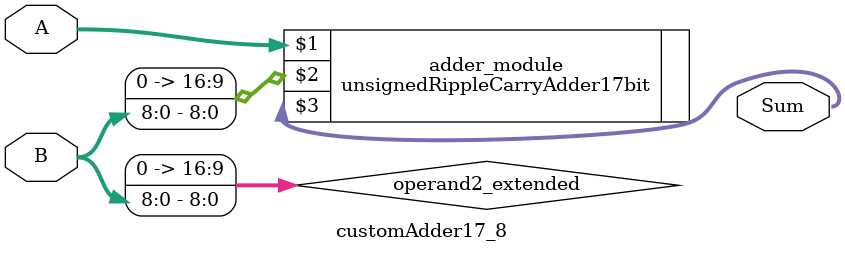
<source format=v>

module customAdder17_8(
                    input [16 : 0] A,
                    input [8 : 0] B,
                    
                    output [17 : 0] Sum
            );

    wire [16 : 0] operand2_extended;
    
    assign operand2_extended =  {8'b0, B};
    
    unsignedRippleCarryAdder17bit adder_module(
        A,
        operand2_extended,
        Sum
    );
    
endmodule
        
</source>
